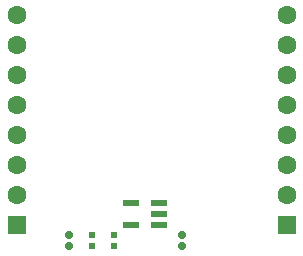
<source format=gbr>
%TF.GenerationSoftware,Altium Limited,Altium Designer,22.6.1 (34)*%
G04 Layer_Color=255*
%FSLAX45Y45*%
%MOMM*%
%TF.SameCoordinates,421C64DB-711B-49BE-949A-821E8169F4DF*%
%TF.FilePolarity,Positive*%
%TF.FileFunction,Pads,Bot*%
%TF.Part,Single*%
G01*
G75*
%TA.AperFunction,SMDPad,CuDef*%
%ADD13R,0.60000X0.51000*%
G04:AMPARAMS|DCode=18|XSize=0.635mm|YSize=0.635mm|CornerRadius=0.15875mm|HoleSize=0mm|Usage=FLASHONLY|Rotation=270.000|XOffset=0mm|YOffset=0mm|HoleType=Round|Shape=RoundedRectangle|*
%AMROUNDEDRECTD18*
21,1,0.63500,0.31750,0,0,270.0*
21,1,0.31750,0.63500,0,0,270.0*
1,1,0.31750,-0.15875,-0.15875*
1,1,0.31750,-0.15875,0.15875*
1,1,0.31750,0.15875,0.15875*
1,1,0.31750,0.15875,-0.15875*
%
%ADD18ROUNDEDRECTD18*%
%ADD20R,0.60000X0.56000*%
%TA.AperFunction,ComponentPad*%
%ADD27C,1.60000*%
%ADD28R,1.60000X1.60000*%
%TA.AperFunction,SMDPad,CuDef*%
G04:AMPARAMS|DCode=30|XSize=0.59mm|YSize=1.37mm|CornerRadius=0.04425mm|HoleSize=0mm|Usage=FLASHONLY|Rotation=270.000|XOffset=0mm|YOffset=0mm|HoleType=Round|Shape=RoundedRectangle|*
%AMROUNDEDRECTD30*
21,1,0.59000,1.28150,0,0,270.0*
21,1,0.50150,1.37000,0,0,270.0*
1,1,0.08850,-0.64075,-0.25075*
1,1,0.08850,-0.64075,0.25075*
1,1,0.08850,0.64075,0.25075*
1,1,0.08850,0.64075,-0.25075*
%
%ADD30ROUNDEDRECTD30*%
D13*
X825500Y82500D02*
D03*
Y171500D02*
D03*
D18*
X635000Y82550D02*
D03*
Y171450D02*
D03*
X1587500Y82550D02*
D03*
Y171450D02*
D03*
D20*
X1016000Y83500D02*
D03*
Y170500D02*
D03*
D27*
X190500Y2032000D02*
D03*
Y1778000D02*
D03*
Y1270000D02*
D03*
Y762000D02*
D03*
Y508000D02*
D03*
Y1016000D02*
D03*
Y1524000D02*
D03*
X2476500D02*
D03*
Y1016000D02*
D03*
Y508000D02*
D03*
Y762000D02*
D03*
Y1270000D02*
D03*
Y1778000D02*
D03*
Y2032000D02*
D03*
D28*
X190500Y254000D02*
D03*
X2476500D02*
D03*
D30*
X1397000Y444000D02*
D03*
Y349000D02*
D03*
Y254000D02*
D03*
X1162000D02*
D03*
Y444000D02*
D03*
%TF.MD5,3cf4974013847253f5ed909f1614efa1*%
M02*

</source>
